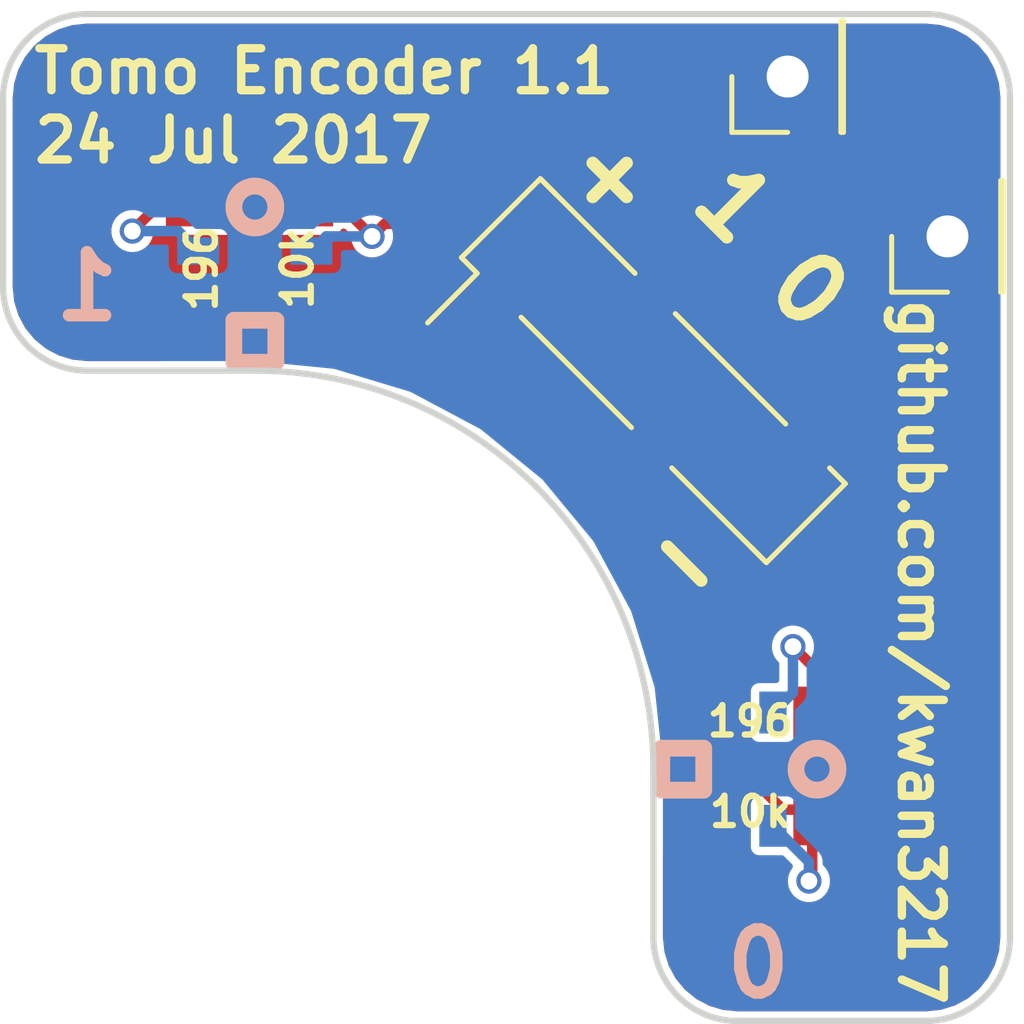
<source format=kicad_pcb>
(kicad_pcb (version 20170123) (host pcbnew no-vcs-found-f042fcd~59~ubuntu17.04.1)

  (general
    (thickness 1.6)
    (drawings 23)
    (tracks 47)
    (zones 0)
    (modules 9)
    (nets 7)
  )

  (page USLetter)
  (layers
    (0 F.Cu signal)
    (31 B.Cu signal)
    (32 B.Adhes user)
    (33 F.Adhes user)
    (34 B.Paste user)
    (35 F.Paste user)
    (36 B.SilkS user)
    (37 F.SilkS user)
    (38 B.Mask user)
    (39 F.Mask user)
    (40 Dwgs.User user hide)
    (41 Cmts.User user)
    (42 Eco1.User user)
    (43 Eco2.User user hide)
    (44 Edge.Cuts user)
    (45 Margin user hide)
    (46 B.CrtYd user hide)
    (47 F.CrtYd user hide)
    (48 B.Fab user hide)
    (49 F.Fab user hide)
  )

  (setup
    (last_trace_width 0.25)
    (trace_clearance 0.2)
    (zone_clearance 0.1524)
    (zone_45_only no)
    (trace_min 0.1524)
    (segment_width 0.2)
    (edge_width 0.15)
    (via_size 0.6)
    (via_drill 0.4)
    (via_min_size 0.4)
    (via_min_drill 0.3)
    (uvia_size 0.3)
    (uvia_drill 0.1)
    (uvias_allowed no)
    (uvia_min_size 0.2)
    (uvia_min_drill 0.1)
    (pcb_text_width 0.3)
    (pcb_text_size 1.5 1.5)
    (mod_edge_width 0.15)
    (mod_text_size 1 1)
    (mod_text_width 0.15)
    (pad_size 1.7 1.7)
    (pad_drill 1)
    (pad_to_mask_clearance 0)
    (aux_axis_origin 0 0)
    (grid_origin 100 100)
    (visible_elements 7FFFCE7F)
    (pcbplotparams
      (layerselection 0x00030_80000001)
      (usegerberextensions false)
      (excludeedgelayer true)
      (linewidth 0.100000)
      (plotframeref false)
      (viasonmask false)
      (mode 1)
      (useauxorigin false)
      (hpglpennumber 1)
      (hpglpenspeed 20)
      (hpglpendiameter 15)
      (psnegative false)
      (psa4output false)
      (plotreference true)
      (plotvalue true)
      (plotinvisibletext false)
      (padsonsilk false)
      (subtractmaskfromsilk false)
      (outputformat 1)
      (mirror false)
      (drillshape 1)
      (scaleselection 1)
      (outputdirectory ""))
  )

  (net 0 "")
  (net 1 VCC)
  (net 2 GND)
  (net 3 /ENC1)
  (net 4 /ENC0)
  (net 5 /D0)
  (net 6 /D1)

  (net_class Default "This is the default net class."
    (clearance 0.2)
    (trace_width 0.25)
    (via_dia 0.6)
    (via_drill 0.4)
    (uvia_dia 0.3)
    (uvia_drill 0.1)
    (add_net /D0)
    (add_net /D1)
    (add_net /ENC0)
    (add_net /ENC1)
    (add_net GND)
    (add_net VCC)
  )

  (module KwanSystems:EE-SY199 (layer B.Cu) (tedit 597397D3) (tstamp 59041A9A)
    (at 111.8 100 90)
    (path /58FCDB7F)
    (fp_text reference U000 (at 0 -3.899999 90) (layer B.Fab) hide
      (effects (font (size 1 1) (thickness 0.15)) (justify mirror))
    )
    (fp_text value EE-SY199 (at -0.3 4.4 90) (layer B.Fab) hide
      (effects (font (size 1 1) (thickness 0.15)) (justify mirror))
    )
    (fp_circle (center 0 1.6) (end 0.4 1.3) (layer B.SilkS) (width 0.4))
    (fp_line (start -0.5 -2.1) (end 0.5 -2.1) (layer B.SilkS) (width 0.4))
    (fp_line (start 0.5 -2.1) (end 0.5 -1.1) (layer B.SilkS) (width 0.4))
    (fp_line (start 0.5 -1.1) (end -0.5 -1.1) (layer B.SilkS) (width 0.4))
    (fp_line (start -0.5 -1.1) (end -0.5 -2.1) (layer B.SilkS) (width 0.4))
    (fp_line (start 1.35 0.85) (end 1.35 0.325) (layer B.Fab) (width 0.3))
    (fp_line (start 1.35 0.325) (end 1.6 0.325) (layer B.Fab) (width 0.3))
    (fp_line (start 1.6 0.325) (end 1.6 -0.3) (layer B.Fab) (width 0.3))
    (fp_line (start 1.6 -0.325) (end 1.35 -0.325) (layer B.Fab) (width 0.3))
    (fp_line (start 1.35 -0.325) (end 1.35 -0.85) (layer B.Fab) (width 0.3))
    (fp_line (start 1.35 -0.85) (end -1.35 -0.85) (layer B.Fab) (width 0.3))
    (fp_line (start -1.35 -0.85) (end -1.35 -0.325) (layer B.Fab) (width 0.3))
    (fp_line (start -1.35 -0.325) (end -1.6 -0.325) (layer B.Fab) (width 0.3))
    (fp_line (start -1.6 -0.325) (end -1.6 0.325) (layer B.Fab) (width 0.3))
    (fp_line (start -1.6 0.325) (end -1.35 0.325) (layer B.Fab) (width 0.3))
    (fp_line (start -1.35 0.325) (end -1.35 0.85) (layer B.Fab) (width 0.3))
    (fp_line (start -1.35 0.85) (end 1.35 0.85) (layer B.Fab) (width 0.3))
    (fp_circle (center 0 0) (end -2.25 -0.1) (layer B.Fab) (width 0.01))
    (pad 2 smd rect (at 1.35 -0.55 90) (size 1 0.65) (layers B.Cu B.Paste B.Mask)
      (net 2 GND))
    (pad 3 smd rect (at -1.35 0.55 90) (size 1 0.65) (layers B.Cu B.Paste B.Mask)
      (net 4 /ENC0))
    (pad 1 smd rect (at 1.35 0.55 90) (size 1 0.65) (layers B.Cu B.Paste B.Mask)
      (net 5 /D0))
    (pad 4 smd rect (at -1.35 -0.55 90) (size 1 0.65) (layers B.Cu B.Paste B.Mask)
      (net 2 GND))
    (model Housings_DFN_QFN.3dshapes/VDFN-8-1EP_2x2mm_Pitch0.5mm.wrl
      (at (xyz 0 0 0))
      (scale (xyz 1.35 0.85 1))
      (rotate (xyz 0 0 0))
    )
  )

  (module Pin_Headers:Pin_Header_Straight_1x01_Pitch2.54mm (layer F.Cu) (tedit 595ACD00) (tstamp 59044A21)
    (at 112.7 83.49 90)
    (descr "Through hole straight pin header, 1x01, 2.54mm pitch, single row")
    (tags "Through hole pin header THT 1x01 2.54mm single row")
    (path /590449D9)
    (fp_text reference J202 (at 0 -2.33 90) (layer F.SilkS) hide
      (effects (font (size 1 1) (thickness 0.15)))
    )
    (fp_text value CONN_01X01 (at 0 2.33 90) (layer F.Fab) hide
      (effects (font (size 1 1) (thickness 0.15)))
    )
    (fp_line (start -1.27 -1.27) (end -1.27 1.27) (layer F.Fab) (width 0.1))
    (fp_line (start -1.27 1.27) (end 1.27 1.27) (layer F.Fab) (width 0.1))
    (fp_line (start 1.27 1.27) (end 1.27 -1.27) (layer F.Fab) (width 0.1))
    (fp_line (start 1.27 -1.27) (end -1.27 -1.27) (layer F.Fab) (width 0.1))
    (fp_line (start -1.33 1.27) (end -1.33 1.33) (layer F.SilkS) (width 0.12))
    (fp_line (start -1.33 1.33) (end 1.33 1.33) (layer F.SilkS) (width 0.12))
    (fp_line (start 1.33 1.33) (end 1.33 1.27) (layer F.SilkS) (width 0.12))
    (fp_line (start 1.33 1.27) (end -1.33 1.27) (layer F.SilkS) (width 0.12))
    (fp_line (start -1.33 0) (end -1.33 -1.33) (layer F.SilkS) (width 0.12))
    (fp_line (start -1.33 -1.33) (end 0 -1.33) (layer F.SilkS) (width 0.12))
    (fp_line (start -1.8 -1.8) (end -1.8 1.8) (layer F.CrtYd) (width 0.05))
    (fp_line (start -1.8 1.8) (end 1.8 1.8) (layer F.CrtYd) (width 0.05))
    (fp_line (start 1.8 1.8) (end 1.8 -1.8) (layer F.CrtYd) (width 0.05))
    (fp_line (start 1.8 -1.8) (end -1.8 -1.8) (layer F.CrtYd) (width 0.05))
    (fp_text user %R (at 0 -2.33 90) (layer F.Fab) hide
      (effects (font (size 1 1) (thickness 0.15)))
    )
    (pad 1 thru_hole rect (at 0 0 90) (size 1.7 1.7) (drill 1) (layers *.Cu *.Mask)
      (net 2 GND))
  )

  (module Pin_Headers:Pin_Header_Straight_1x01_Pitch2.54mm (layer F.Cu) (tedit 595ACD06) (tstamp 59044A1C)
    (at 116.51 87.3 90)
    (descr "Through hole straight pin header, 1x01, 2.54mm pitch, single row")
    (tags "Through hole pin header THT 1x01 2.54mm single row")
    (path /590448B0)
    (fp_text reference J201 (at 0 -2.33 90) (layer F.SilkS) hide
      (effects (font (size 1 1) (thickness 0.15)))
    )
    (fp_text value CONN_01X01 (at 0 2.33 90) (layer F.Fab) hide
      (effects (font (size 1 1) (thickness 0.15)))
    )
    (fp_line (start -1.27 -1.27) (end -1.27 1.27) (layer F.Fab) (width 0.1))
    (fp_line (start -1.27 1.27) (end 1.27 1.27) (layer F.Fab) (width 0.1))
    (fp_line (start 1.27 1.27) (end 1.27 -1.27) (layer F.Fab) (width 0.1))
    (fp_line (start 1.27 -1.27) (end -1.27 -1.27) (layer F.Fab) (width 0.1))
    (fp_line (start -1.33 1.27) (end -1.33 1.33) (layer F.SilkS) (width 0.12))
    (fp_line (start -1.33 1.33) (end 1.33 1.33) (layer F.SilkS) (width 0.12))
    (fp_line (start 1.33 1.33) (end 1.33 1.27) (layer F.SilkS) (width 0.12))
    (fp_line (start 1.33 1.27) (end -1.33 1.27) (layer F.SilkS) (width 0.12))
    (fp_line (start -1.33 0) (end -1.33 -1.33) (layer F.SilkS) (width 0.12))
    (fp_line (start -1.33 -1.33) (end 0 -1.33) (layer F.SilkS) (width 0.12))
    (fp_line (start -1.8 -1.8) (end -1.8 1.8) (layer F.CrtYd) (width 0.05))
    (fp_line (start -1.8 1.8) (end 1.8 1.8) (layer F.CrtYd) (width 0.05))
    (fp_line (start 1.8 1.8) (end 1.8 -1.8) (layer F.CrtYd) (width 0.05))
    (fp_line (start 1.8 -1.8) (end -1.8 -1.8) (layer F.CrtYd) (width 0.05))
    (fp_text user %R (at 0 -2.33 90) (layer F.Fab) hide
      (effects (font (size 1 1) (thickness 0.15)))
    )
    (pad 1 thru_hole rect (at 0 0 90) (size 1.7 1.7) (drill 1) (layers *.Cu *.Mask)
      (net 2 GND))
  )

  (module Pin_Headers:Pin_Header_Straight_1x04_Pitch2.54mm_SMD_Pin1Left (layer F.Cu) (tedit 595ACCF1) (tstamp 58FCEE86)
    (at 109.5 90.5 45)
    (descr "surface-mounted straight pin header, 1x04, 2.54mm pitch, single row, style 1 (pin 1 left)")
    (tags "Surface mounted pin header SMD 1x04 2.54mm single row style1 pin1 left")
    (path /58FCDAD9)
    (attr smd)
    (fp_text reference J1 (at 0 -6.14 45) (layer F.SilkS) hide
      (effects (font (size 1 1) (thickness 0.15)))
    )
    (fp_text value CONN_01X04 (at 0 6.14 45) (layer F.Fab) hide
      (effects (font (size 1 1) (thickness 0.15)))
    )
    (fp_line (start -1.27 -5.08) (end -1.27 5.08) (layer F.Fab) (width 0.1))
    (fp_line (start -1.27 5.08) (end 1.27 5.08) (layer F.Fab) (width 0.1))
    (fp_line (start 1.27 5.08) (end 1.27 -5.08) (layer F.Fab) (width 0.1))
    (fp_line (start 1.27 -5.08) (end -1.27 -5.08) (layer F.Fab) (width 0.1))
    (fp_line (start -1.27 -4.13) (end -1.27 -3.49) (layer F.Fab) (width 0.1))
    (fp_line (start -1.27 -3.49) (end -2.65 -3.49) (layer F.Fab) (width 0.1))
    (fp_line (start -2.65 -3.49) (end -2.65 -4.13) (layer F.Fab) (width 0.1))
    (fp_line (start -2.65 -4.13) (end -1.27 -4.13) (layer F.Fab) (width 0.1))
    (fp_line (start -1.27 0.95) (end -1.27 1.59) (layer F.Fab) (width 0.1))
    (fp_line (start -1.27 1.59) (end -2.65 1.59) (layer F.Fab) (width 0.1))
    (fp_line (start -2.65 1.59) (end -2.65 0.95) (layer F.Fab) (width 0.1))
    (fp_line (start -2.65 0.95) (end -1.27 0.95) (layer F.Fab) (width 0.1))
    (fp_line (start 1.27 -1.59) (end 1.27 -0.95) (layer F.Fab) (width 0.1))
    (fp_line (start 1.27 -0.95) (end 2.65 -0.95) (layer F.Fab) (width 0.1))
    (fp_line (start 2.65 -0.95) (end 2.65 -1.59) (layer F.Fab) (width 0.1))
    (fp_line (start 2.65 -1.59) (end 1.27 -1.59) (layer F.Fab) (width 0.1))
    (fp_line (start 1.27 3.49) (end 1.27 4.13) (layer F.Fab) (width 0.1))
    (fp_line (start 1.27 4.13) (end 2.65 4.13) (layer F.Fab) (width 0.1))
    (fp_line (start 2.65 4.13) (end 2.65 3.49) (layer F.Fab) (width 0.1))
    (fp_line (start 2.65 3.49) (end 1.27 3.49) (layer F.Fab) (width 0.1))
    (fp_line (start -1.33 -4.61) (end -1.33 -5.14) (layer F.SilkS) (width 0.12))
    (fp_line (start -1.33 -5.14) (end 1.33 -5.14) (layer F.SilkS) (width 0.12))
    (fp_line (start 1.33 -5.14) (end 1.33 -4.61) (layer F.SilkS) (width 0.12))
    (fp_line (start -1.33 4.61) (end -1.33 5.14) (layer F.SilkS) (width 0.12))
    (fp_line (start -1.33 5.14) (end 1.33 5.14) (layer F.SilkS) (width 0.12))
    (fp_line (start 1.33 5.14) (end 1.33 4.61) (layer F.SilkS) (width 0.12))
    (fp_line (start 1.33 -5.14) (end 1.33 -1.95) (layer F.SilkS) (width 0.12))
    (fp_line (start -1.33 -4.61) (end -3 -4.61) (layer F.SilkS) (width 0.12))
    (fp_line (start 1.33 -0.59) (end 1.33 3.13) (layer F.SilkS) (width 0.12))
    (fp_line (start -1.33 -3.13) (end -1.33 0.59) (layer F.SilkS) (width 0.12))
    (fp_line (start -1.33 1.95) (end -1.33 5.14) (layer F.SilkS) (width 0.12))
    (fp_line (start -3.5 -5.6) (end -3.5 5.6) (layer F.CrtYd) (width 0.05))
    (fp_line (start -3.5 5.6) (end 3.5 5.6) (layer F.CrtYd) (width 0.05))
    (fp_line (start 3.5 5.6) (end 3.5 -5.6) (layer F.CrtYd) (width 0.05))
    (fp_line (start 3.5 -5.6) (end -3.5 -5.6) (layer F.CrtYd) (width 0.05))
    (fp_text user %R (at 0 -6.14 45) (layer F.Fab)
      (effects (font (size 1 1) (thickness 0.15)))
    )
    (pad 1 smd rect (at -1.5 -3.81 45) (size 3 1) (layers F.Cu F.Paste F.Mask)
      (net 1 VCC))
    (pad 3 smd rect (at -1.5 1.27 45) (size 3 1) (layers F.Cu F.Paste F.Mask)
      (net 4 /ENC0))
    (pad 2 smd rect (at 1.5 -1.27 45) (size 3 1) (layers F.Cu F.Paste F.Mask)
      (net 3 /ENC1))
    (pad 4 smd rect (at 1.5 3.81 45) (size 3 1) (layers F.Cu F.Paste F.Mask)
      (net 2 GND))
    (model ${KISYS3DMOD}/Pin_Headers.3dshapes/Pin_Header_Straight_1x04_Pitch2.54mm_SMD_Pin1Left.wrl
      (at (xyz 0 0 0))
      (scale (xyz 1 1 1))
      (rotate (xyz 0 0 0))
    )
  )

  (module KwanSystems:SMD_1206 (layer F.Cu) (tedit 59752D01) (tstamp 59752A3B)
    (at 111.8364 98.8824)
    (descr "Resistor SMD 1206, reflow soldering, Vishay (see dcrcw.pdf)")
    (tags "resistor 1206")
    (path /59752C06)
    (attr smd)
    (fp_text reference R001 (at 0.6 0.6) (layer F.SilkS) hide
      (effects (font (size 0.2 0.2) (thickness 0.015)))
    )
    (fp_text value 196 (at -0.0254 -0.0254) (layer F.SilkS)
      (effects (font (size 0.7 0.7) (thickness 0.15)))
    )
    (fp_text user %R (at 0.6 0.6) (layer F.Fab)
      (effects (font (size 0.2 0.2) (thickness 0.015)))
    )
    (fp_line (start -1.6 0.8) (end -1.6 -0.8) (layer F.Fab) (width 0.1))
    (fp_line (start 1.6 0.8) (end -1.6 0.8) (layer F.Fab) (width 0.1))
    (fp_line (start 1.6 -0.8) (end 1.6 0.8) (layer F.Fab) (width 0.1))
    (fp_line (start -1.6 -0.8) (end 1.6 -0.8) (layer F.Fab) (width 0.1))
    (fp_line (start -2.15 -1.11) (end 2.15 -1.11) (layer F.CrtYd) (width 0.05))
    (fp_line (start -2.15 -1.11) (end -2.15 1.1) (layer F.CrtYd) (width 0.05))
    (fp_line (start 2.15 1.1) (end 2.15 -1.11) (layer F.CrtYd) (width 0.05))
    (fp_line (start 2.15 1.1) (end -2.15 1.1) (layer F.CrtYd) (width 0.05))
    (pad 1 smd rect (at -1.45 0) (size 0.9 1.7) (layers F.Cu F.Paste F.Mask)
      (net 1 VCC))
    (pad 2 smd rect (at 1.45 0) (size 0.9 1.7) (layers F.Cu F.Paste F.Mask)
      (net 5 /D0))
    (model ${KISYS3DMOD}/Resistors_SMD.3dshapes/R_1206.wrl
      (at (xyz 0 0 0))
      (scale (xyz 1 1 1))
      (rotate (xyz 0 0 0))
    )
  )

  (module KwanSystems:SMD_1206 (layer F.Cu) (tedit 59752CDC) (tstamp 59752A4A)
    (at 111.8364 100.9652)
    (descr "Resistor SMD 1206, reflow soldering, Vishay (see dcrcw.pdf)")
    (tags "resistor 1206")
    (path /59752A07)
    (attr smd)
    (fp_text reference R003 (at 0.6 0.6) (layer F.SilkS) hide
      (effects (font (size 0.2 0.2) (thickness 0.015)))
    )
    (fp_text value 10k (at -0.0254 0.0508) (layer F.SilkS)
      (effects (font (size 0.7 0.7) (thickness 0.15)))
    )
    (fp_line (start 2.15 1.1) (end -2.15 1.1) (layer F.CrtYd) (width 0.05))
    (fp_line (start 2.15 1.1) (end 2.15 -1.11) (layer F.CrtYd) (width 0.05))
    (fp_line (start -2.15 -1.11) (end -2.15 1.1) (layer F.CrtYd) (width 0.05))
    (fp_line (start -2.15 -1.11) (end 2.15 -1.11) (layer F.CrtYd) (width 0.05))
    (fp_line (start -1.6 -0.8) (end 1.6 -0.8) (layer F.Fab) (width 0.1))
    (fp_line (start 1.6 -0.8) (end 1.6 0.8) (layer F.Fab) (width 0.1))
    (fp_line (start 1.6 0.8) (end -1.6 0.8) (layer F.Fab) (width 0.1))
    (fp_line (start -1.6 0.8) (end -1.6 -0.8) (layer F.Fab) (width 0.1))
    (fp_text user %R (at 0.6 0.6) (layer F.Fab)
      (effects (font (size 0.2 0.2) (thickness 0.015)))
    )
    (pad 2 smd rect (at 1.45 0) (size 0.9 1.7) (layers F.Cu F.Paste F.Mask)
      (net 4 /ENC0))
    (pad 1 smd rect (at -1.45 0) (size 0.9 1.7) (layers F.Cu F.Paste F.Mask)
      (net 1 VCC))
    (model ${KISYS3DMOD}/Resistors_SMD.3dshapes/R_1206.wrl
      (at (xyz 0 0 0))
      (scale (xyz 1 1 1))
      (rotate (xyz 0 0 0))
    )
  )

  (module KwanSystems:SMD_1206 (layer F.Cu) (tedit 59752D6C) (tstamp 59752A59)
    (at 98.73 88.062 90)
    (descr "Resistor SMD 1206, reflow soldering, Vishay (see dcrcw.pdf)")
    (tags "resistor 1206")
    (path /59752DB5)
    (attr smd)
    (fp_text reference R101 (at 0.6 0.6 90) (layer F.SilkS) hide
      (effects (font (size 0.2 0.2) (thickness 0.015)))
    )
    (fp_text value 196 (at 0 0 90) (layer F.SilkS)
      (effects (font (size 0.7 0.7) (thickness 0.15)))
    )
    (fp_text user %R (at 0.6 0.6 90) (layer F.Fab)
      (effects (font (size 0.2 0.2) (thickness 0.015)))
    )
    (fp_line (start -1.6 0.8) (end -1.6 -0.8) (layer F.Fab) (width 0.1))
    (fp_line (start 1.6 0.8) (end -1.6 0.8) (layer F.Fab) (width 0.1))
    (fp_line (start 1.6 -0.8) (end 1.6 0.8) (layer F.Fab) (width 0.1))
    (fp_line (start -1.6 -0.8) (end 1.6 -0.8) (layer F.Fab) (width 0.1))
    (fp_line (start -2.15 -1.11) (end 2.15 -1.11) (layer F.CrtYd) (width 0.05))
    (fp_line (start -2.15 -1.11) (end -2.15 1.1) (layer F.CrtYd) (width 0.05))
    (fp_line (start 2.15 1.1) (end 2.15 -1.11) (layer F.CrtYd) (width 0.05))
    (fp_line (start 2.15 1.1) (end -2.15 1.1) (layer F.CrtYd) (width 0.05))
    (pad 1 smd rect (at -1.45 0 90) (size 0.9 1.7) (layers F.Cu F.Paste F.Mask)
      (net 1 VCC))
    (pad 2 smd rect (at 1.45 0 90) (size 0.9 1.7) (layers F.Cu F.Paste F.Mask)
      (net 6 /D1))
    (model ${KISYS3DMOD}/Resistors_SMD.3dshapes/R_1206.wrl
      (at (xyz 0 0 0))
      (scale (xyz 1 1 1))
      (rotate (xyz 0 0 0))
    )
  )

  (module KwanSystems:SMD_1206 (layer F.Cu) (tedit 59752D80) (tstamp 59752A68)
    (at 101.016 88.062 90)
    (descr "Resistor SMD 1206, reflow soldering, Vishay (see dcrcw.pdf)")
    (tags "resistor 1206")
    (path /59752CDA)
    (attr smd)
    (fp_text reference R103 (at 0.6 0.6 90) (layer F.SilkS) hide
      (effects (font (size 0.2 0.2) (thickness 0.015)))
    )
    (fp_text value 10k (at 0 0 90) (layer F.SilkS)
      (effects (font (size 0.7 0.7) (thickness 0.15)))
    )
    (fp_line (start 2.15 1.1) (end -2.15 1.1) (layer F.CrtYd) (width 0.05))
    (fp_line (start 2.15 1.1) (end 2.15 -1.11) (layer F.CrtYd) (width 0.05))
    (fp_line (start -2.15 -1.11) (end -2.15 1.1) (layer F.CrtYd) (width 0.05))
    (fp_line (start -2.15 -1.11) (end 2.15 -1.11) (layer F.CrtYd) (width 0.05))
    (fp_line (start -1.6 -0.8) (end 1.6 -0.8) (layer F.Fab) (width 0.1))
    (fp_line (start 1.6 -0.8) (end 1.6 0.8) (layer F.Fab) (width 0.1))
    (fp_line (start 1.6 0.8) (end -1.6 0.8) (layer F.Fab) (width 0.1))
    (fp_line (start -1.6 0.8) (end -1.6 -0.8) (layer F.Fab) (width 0.1))
    (fp_text user %R (at 0.6 0.6 90) (layer F.Fab)
      (effects (font (size 0.2 0.2) (thickness 0.015)))
    )
    (pad 2 smd rect (at 1.45 0 90) (size 0.9 1.7) (layers F.Cu F.Paste F.Mask)
      (net 3 /ENC1))
    (pad 1 smd rect (at -1.45 0 90) (size 0.9 1.7) (layers F.Cu F.Paste F.Mask)
      (net 1 VCC))
    (model ${KISYS3DMOD}/Resistors_SMD.3dshapes/R_1206.wrl
      (at (xyz 0 0 0))
      (scale (xyz 1 1 1))
      (rotate (xyz 0 0 0))
    )
  )

  (module KwanSystems:EE-SY199 (layer B.Cu) (tedit 59739977) (tstamp 59752A69)
    (at 100 88.2 180)
    (path /58FCD8F5)
    (fp_text reference U100 (at 0 -3.899999 180) (layer B.Fab) hide
      (effects (font (size 1 1) (thickness 0.15)) (justify mirror))
    )
    (fp_text value EE-SY199 (at -0.3 4.4 180) (layer B.Fab) hide
      (effects (font (size 1 1) (thickness 0.15)) (justify mirror))
    )
    (fp_circle (center 0 1.6) (end 0.4 1.3) (layer B.SilkS) (width 0.4))
    (fp_line (start -0.5 -2.1) (end 0.5 -2.1) (layer B.SilkS) (width 0.4))
    (fp_line (start 0.5 -2.1) (end 0.5 -1.1) (layer B.SilkS) (width 0.4))
    (fp_line (start 0.5 -1.1) (end -0.5 -1.1) (layer B.SilkS) (width 0.4))
    (fp_line (start -0.5 -1.1) (end -0.5 -2.1) (layer B.SilkS) (width 0.4))
    (fp_line (start 1.35 0.85) (end 1.35 0.325) (layer B.Fab) (width 0.3))
    (fp_line (start 1.35 0.325) (end 1.6 0.325) (layer B.Fab) (width 0.3))
    (fp_line (start 1.6 0.325) (end 1.6 -0.3) (layer B.Fab) (width 0.3))
    (fp_line (start 1.6 -0.325) (end 1.35 -0.325) (layer B.Fab) (width 0.3))
    (fp_line (start 1.35 -0.325) (end 1.35 -0.85) (layer B.Fab) (width 0.3))
    (fp_line (start 1.35 -0.85) (end -1.35 -0.85) (layer B.Fab) (width 0.3))
    (fp_line (start -1.35 -0.85) (end -1.35 -0.325) (layer B.Fab) (width 0.3))
    (fp_line (start -1.35 -0.325) (end -1.6 -0.325) (layer B.Fab) (width 0.3))
    (fp_line (start -1.6 -0.325) (end -1.6 0.325) (layer B.Fab) (width 0.3))
    (fp_line (start -1.6 0.325) (end -1.35 0.325) (layer B.Fab) (width 0.3))
    (fp_line (start -1.35 0.325) (end -1.35 0.85) (layer B.Fab) (width 0.3))
    (fp_line (start -1.35 0.85) (end 1.35 0.85) (layer B.Fab) (width 0.3))
    (fp_circle (center 0 0) (end -2.25 -0.1) (layer B.Fab) (width 0.01))
    (fp_line (start 0.85 0.55) (end 0.55 0.55) (layer B.Fab) (width 0.02))
    (fp_line (start 0.55 0.55) (end 0.55 0.1) (layer B.Fab) (width 0.02))
    (fp_line (start 0.55 0.1) (end 0.35 0.1) (layer B.Fab) (width 0.02))
    (fp_line (start 0.35 0.1) (end 0.55 -0.1) (layer B.Fab) (width 0.02))
    (fp_line (start 0.55 -0.1) (end 0.75 0.1) (layer B.Fab) (width 0.02))
    (fp_line (start 0.75 0.1) (end 0.55 0.1) (layer B.Fab) (width 0.02))
    (fp_line (start 0.55 0.1) (end 0.55 0.1) (layer B.Fab) (width 0.02))
    (fp_line (start 0.35 -0.1) (end 0.75 -0.1) (layer B.Fab) (width 0.02))
    (fp_line (start 0.75 -0.1) (end 0.75 -0.1) (layer B.Fab) (width 0.02))
    (fp_line (start 0.55 -0.1) (end 0.55 -0.5) (layer B.Fab) (width 0.02))
    (fp_line (start 0.55 -0.5) (end 0.85 -0.5) (layer B.Fab) (width 0.02))
    (fp_text user A (at 2 0.5 180) (layer B.Fab)
      (effects (font (size 0.2 0.2) (thickness 0.015)) (justify mirror))
    )
    (fp_text user K (at 2 -0.5 180) (layer B.Fab)
      (effects (font (size 0.2 0.2) (thickness 0.015)) (justify mirror))
    )
    (fp_line (start -0.85 0.5) (end -0.55 0.2) (layer B.Fab) (width 0.02))
    (fp_line (start -0.55 0.2) (end -0.55 0.35) (layer B.Fab) (width 0.02))
    (fp_line (start -0.55 0.35) (end -0.55 -0.35) (layer B.Fab) (width 0.02))
    (fp_line (start -0.55 -0.35) (end -0.55 -0.2) (layer B.Fab) (width 0.02))
    (fp_line (start -0.55 -0.2) (end -0.85 -0.5) (layer B.Fab) (width 0.02))
    (fp_line (start -0.85 -0.5) (end -0.65 -0.5) (layer B.Fab) (width 0.02))
    (fp_line (start -0.65 -0.5) (end -0.85 -0.5) (layer B.Fab) (width 0.02))
    (fp_line (start -0.85 -0.5) (end -0.85 -0.3) (layer B.Fab) (width 0.02))
    (fp_line (start -0.85 -0.3) (end -0.85 -0.3) (layer B.Fab) (width 0.02))
    (fp_line (start 0.25 0.1) (end 0 -0.15) (layer B.Fab) (width 0.02))
    (fp_line (start 0 -0.15) (end 0 0) (layer B.Fab) (width 0.02))
    (fp_line (start 0 0) (end 0 -0.15) (layer B.Fab) (width 0.02))
    (fp_line (start 0 -0.15) (end 0.15 -0.15) (layer B.Fab) (width 0.02))
    (fp_line (start 0.15 -0.15) (end 0 -0.15) (layer B.Fab) (width 0.02))
    (fp_line (start 0 -0.15) (end 0 -0.15) (layer B.Fab) (width 0.02))
    (fp_line (start -0.1 0.1) (end -0.35 -0.15) (layer B.Fab) (width 0.02))
    (fp_line (start -0.35 0) (end -0.35 -0.15) (layer B.Fab) (width 0.02))
    (fp_line (start -0.2 -0.15) (end -0.35 -0.15) (layer B.Fab) (width 0.02))
    (fp_line (start -0.35 -0.15) (end -0.35 0) (layer B.Fab) (width 0.02))
    (fp_line (start -0.35 -0.15) (end -0.2 -0.15) (layer B.Fab) (width 0.02))
    (fp_line (start -0.35 -0.15) (end -0.35 -0.15) (layer B.Fab) (width 0.02))
    (fp_text user E (at -2.05 -0.5 180) (layer B.Fab)
      (effects (font (size 0.2 0.2) (thickness 0.015)) (justify mirror))
    )
    (fp_text user C (at -2.05 0.5 180) (layer B.Fab)
      (effects (font (size 0.2 0.2) (thickness 0.015)) (justify mirror))
    )
    (pad 2 smd rect (at 1.35 -0.55 180) (size 1 0.65) (layers B.Cu B.Paste B.Mask)
      (net 2 GND))
    (pad 3 smd rect (at -1.35 0.55 180) (size 1 0.65) (layers B.Cu B.Paste B.Mask)
      (net 3 /ENC1))
    (pad 1 smd rect (at 1.35 0.55 180) (size 1 0.65) (layers B.Cu B.Paste B.Mask)
      (net 6 /D1))
    (pad 4 smd rect (at -1.35 -0.55 180) (size 1 0.65) (layers B.Cu B.Paste B.Mask)
      (net 2 GND))
    (model Housings_DFN_QFN.3dshapes/VDFN-8-1EP_2x2mm_Pitch0.5mm.wrl
      (at (xyz 0 0 0))
      (scale (xyz 1.35 0.85 1))
      (rotate (xyz 0 0 0))
    )
  )

  (gr_text github.com/kwan3217 (at 115.875 97.206 270) (layer F.SilkS) (tstamp 59752F94)
    (effects (font (size 1 1) (thickness 0.2)))
  )
  (gr_text "24 Jul 2017\n" (at 99.492 85.014) (layer F.SilkS) (tstamp 59043C13)
    (effects (font (size 1 1) (thickness 0.2)))
  )
  (gr_text + (at 108.382 86.03 135) (layer F.SilkS) (tstamp 590435F7)
    (effects (font (size 1.5 1.5) (thickness 0.3)))
  )
  (gr_text 0 (at 113.208 88.57 315) (layer F.SilkS)
    (effects (font (size 1.5 1.5) (thickness 0.3)))
  )
  (gr_text 1 (at 111.43 86.538 315) (layer F.SilkS)
    (effects (font (size 1.5 1.5) (thickness 0.3)))
  )
  (gr_text - (at 110.16 95.174 135) (layer F.SilkS)
    (effects (font (size 1.5 1.5) (thickness 0.3)))
  )
  (gr_text "1\n" (at 96 88.5) (layer B.SilkS) (tstamp 59042515)
    (effects (font (size 1.5 1.5) (thickness 0.3)) (justify mirror))
  )
  (gr_text 0 (at 112 104.5 180) (layer B.SilkS)
    (effects (font (size 1.5 1.5) (thickness 0.3)) (justify mirror))
  )
  (gr_text "Tomo Encoder 1.1" (at 101.651 83.363) (layer F.SilkS)
    (effects (font (size 1 1) (thickness 0.2)))
  )
  (gr_arc (start 96 84) (end 94 84) (angle 90) (layer Edge.Cuts) (width 0.15))
  (gr_line (start 94 88.5) (end 94 84) (layer Edge.Cuts) (width 0.15))
  (gr_line (start 116 82) (end 96 82) (layer Edge.Cuts) (width 0.15))
  (gr_arc (start 96 88.5) (end 96 90.5) (angle 90) (layer Edge.Cuts) (width 0.15))
  (gr_line (start 100 90.5) (end 96 90.5) (layer Edge.Cuts) (width 0.15))
  (gr_arc (start 116 84) (end 116 82) (angle 90) (layer Edge.Cuts) (width 0.15))
  (gr_line (start 100 100) (end 120 120) (layer Dwgs.User) (width 0.2))
  (gr_line (start 118 104) (end 118 84) (layer Edge.Cuts) (width 0.15))
  (gr_arc (start 116 104) (end 118 104) (angle 90) (layer Edge.Cuts) (width 0.15))
  (gr_line (start 111.5 106) (end 116 106) (layer Edge.Cuts) (width 0.15))
  (gr_arc (start 111.5 104) (end 111.5 106) (angle 90) (layer Edge.Cuts) (width 0.15))
  (gr_line (start 109.5 100) (end 109.5 104) (layer Edge.Cuts) (width 0.15))
  (gr_circle (center 100 100) (end 109.2705 100) (layer Dwgs.User) (width 0.2))
  (gr_arc (start 100 100) (end 100 90.5) (angle 90) (layer Edge.Cuts) (width 0.15))

  (segment (start 98.73 89.512) (end 101.016 89.512) (width 0.25) (layer F.Cu) (net 1))
  (segment (start 101.016 89.512) (end 105.099846 89.512) (width 0.25) (layer F.Cu) (net 1))
  (segment (start 105.099846 89.512) (end 105.745263 88.866583) (width 0.25) (layer F.Cu) (net 1))
  (segment (start 110.3864 100.9652) (end 110.3864 102.0652) (width 0.25) (layer F.Cu) (net 1))
  (segment (start 110.3864 102.0652) (end 112.111211 103.790011) (width 0.25) (layer F.Cu) (net 1))
  (segment (start 112.111211 103.790011) (end 113.508001 103.790011) (width 0.25) (layer F.Cu) (net 1))
  (segment (start 113.508001 103.790011) (end 114.061401 103.236611) (width 0.25) (layer F.Cu) (net 1))
  (segment (start 114.061401 103.236611) (end 114.061401 95.521037) (width 0.25) (layer F.Cu) (net 1))
  (segment (start 107.159218 90.280538) (end 106.169526 89.290846) (width 0.25) (layer F.Cu) (net 1))
  (segment (start 114.061401 95.521037) (end 111.076589 92.536224) (width 0.25) (layer F.Cu) (net 1))
  (segment (start 111.076589 92.536224) (end 111.076589 91.616954) (width 0.25) (layer F.Cu) (net 1))
  (segment (start 109.740173 90.280538) (end 107.159218 90.280538) (width 0.25) (layer F.Cu) (net 1))
  (segment (start 111.076589 91.616954) (end 109.740173 90.280538) (width 0.25) (layer F.Cu) (net 1))
  (segment (start 106.169526 89.290846) (end 105.745263 88.866583) (width 0.25) (layer F.Cu) (net 1))
  (segment (start 110.3864 98.8824) (end 110.3864 100.9652) (width 0.25) (layer F.Cu) (net 1))
  (segment (start 105.011846 89.6) (end 105.745263 88.866583) (width 0.25) (layer F.Cu) (net 1))
  (segment (start 109.662635 88.541314) (end 108.121322 87.000001) (width 0.25) (layer F.Cu) (net 3))
  (segment (start 108.121322 87.000001) (end 103.093999 87.000001) (width 0.25) (layer F.Cu) (net 3))
  (segment (start 103.093999 87.000001) (end 102.794 87.3) (width 0.25) (layer F.Cu) (net 3))
  (segment (start 102.794 87.3) (end 101.7 87.3) (width 0.25) (layer B.Cu) (net 3))
  (segment (start 101.7 87.3) (end 101.35 87.65) (width 0.25) (layer B.Cu) (net 3))
  (segment (start 101.016 86.612) (end 102.106 86.612) (width 0.25) (layer F.Cu) (net 3))
  (segment (start 102.106 86.612) (end 102.794 87.3) (width 0.25) (layer F.Cu) (net 3))
  (via (at 102.794 87.3) (size 0.6) (drill 0.4) (layers F.Cu B.Cu) (net 3))
  (segment (start 109.337365 92.458686) (end 111.161401 94.282722) (width 0.25) (layer F.Cu) (net 4))
  (segment (start 111.161401 94.282722) (end 111.161401 99.540201) (width 0.25) (layer F.Cu) (net 4))
  (segment (start 111.161401 99.540201) (end 112.5864 100.9652) (width 0.25) (layer F.Cu) (net 4))
  (segment (start 112.5864 100.9652) (end 113.2864 100.9652) (width 0.25) (layer F.Cu) (net 4))
  (segment (start 113.208 102.667) (end 113.208 102.208) (width 0.25) (layer B.Cu) (net 4))
  (segment (start 113.208 102.208) (end 112.35 101.35) (width 0.25) (layer B.Cu) (net 4))
  (segment (start 113.2864 102.5886) (end 113.208 102.667) (width 0.25) (layer F.Cu) (net 4))
  (segment (start 113.2864 100.9652) (end 113.2864 102.5886) (width 0.25) (layer F.Cu) (net 4))
  (via (at 113.208 102.667) (size 0.6) (drill 0.4) (layers F.Cu B.Cu) (net 4))
  (segment (start 108.968686 92.458686) (end 109.337365 92.458686) (width 0.25) (layer F.Cu) (net 4))
  (segment (start 109.400486 92.458686) (end 109.17473 92.458686) (width 0.25) (layer F.Cu) (net 4))
  (segment (start 109.17473 92.458686) (end 109.433042 92.716998) (width 0.25) (layer F.Cu) (net 4))
  (segment (start 110.488 101.016) (end 110.488 101.598) (width 0.25) (layer F.Cu) (net 1))
  (segment (start 112.827 97.079) (end 112.827 98.173) (width 0.25) (layer B.Cu) (net 5))
  (segment (start 112.827 98.173) (end 112.35 98.65) (width 0.25) (layer B.Cu) (net 5))
  (segment (start 113.2864 98.8824) (end 113.2864 97.5384) (width 0.25) (layer F.Cu) (net 5))
  (segment (start 113.2864 97.5384) (end 112.827 97.079) (width 0.25) (layer F.Cu) (net 5))
  (via (at 112.827 97.079) (size 0.6) (drill 0.4) (layers F.Cu B.Cu) (net 5))
  (segment (start 97.079 87.173) (end 98.173 87.173) (width 0.25) (layer B.Cu) (net 6))
  (segment (start 98.173 87.173) (end 98.65 87.65) (width 0.25) (layer B.Cu) (net 6))
  (segment (start 98.73 86.612) (end 97.64 86.612) (width 0.25) (layer F.Cu) (net 6))
  (segment (start 97.64 86.612) (end 97.079 87.173) (width 0.25) (layer F.Cu) (net 6))
  (via (at 97.079 87.173) (size 0.6) (drill 0.4) (layers F.Cu B.Cu) (net 6))

  (zone (net 2) (net_name GND) (layer B.Cu) (tstamp 0) (hatch edge 0.508)
    (connect_pads yes (clearance 0.1524))
    (min_thickness 0.1524)
    (fill yes (arc_segments 32) (thermal_gap 0.508) (thermal_bridge_width 0.508))
    (polygon
      (pts
        (xy 94 106) (xy 94 82) (xy 118 82) (xy 118 106)
      )
    )
    (filled_polygon
      (pts
        (xy 116.329217 82.337336) (xy 116.645891 82.432945) (xy 116.937966 82.588244) (xy 117.194314 82.797317) (xy 117.405174 83.052202)
        (xy 117.562504 83.343178) (xy 117.660325 83.659186) (xy 117.6964 84.002416) (xy 117.6964 103.985152) (xy 117.662664 104.329219)
        (xy 117.567054 104.645893) (xy 117.411753 104.937969) (xy 117.202683 105.194314) (xy 116.947798 105.405174) (xy 116.656818 105.562506)
        (xy 116.340815 105.660325) (xy 115.997584 105.6964) (xy 111.514848 105.6964) (xy 111.170781 105.662664) (xy 110.854107 105.567054)
        (xy 110.562031 105.411753) (xy 110.305686 105.202683) (xy 110.094826 104.947798) (xy 109.937494 104.656818) (xy 109.839675 104.340815)
        (xy 109.8036 103.997584) (xy 109.8036 100.85) (xy 111.747464 100.85) (xy 111.747464 101.85) (xy 111.752797 101.904145)
        (xy 111.76859 101.956208) (xy 111.794237 102.004191) (xy 111.828752 102.046248) (xy 111.870809 102.080763) (xy 111.918792 102.10641)
        (xy 111.970855 102.122203) (xy 112.025 102.127536) (xy 112.560154 102.127536) (xy 112.749424 102.316806) (xy 112.700629 102.38807)
        (xy 112.656114 102.491931) (xy 112.63262 102.602461) (xy 112.631043 102.715448) (xy 112.651441 102.826591) (xy 112.693039 102.931654)
        (xy 112.754251 103.026637) (xy 112.832746 103.107922) (xy 112.925535 103.172411) (xy 113.029083 103.21765) (xy 113.139446 103.241915)
        (xy 113.252419 103.244282) (xy 113.363701 103.22466) (xy 113.469053 103.183796) (xy 113.564461 103.123249) (xy 113.646291 103.045323)
        (xy 113.711427 102.952986) (xy 113.757388 102.849757) (xy 113.782423 102.739566) (xy 113.784225 102.610501) (xy 113.762277 102.499654)
        (xy 113.719216 102.395182) (xy 113.656684 102.301063) (xy 113.6092 102.253246) (xy 113.6092 102.208) (xy 113.605586 102.171147)
        (xy 113.602354 102.134198) (xy 113.601765 102.132169) (xy 113.601559 102.130073) (xy 113.59085 102.094604) (xy 113.580508 102.059007)
        (xy 113.579538 102.057136) (xy 113.578928 102.055115) (xy 113.561517 102.022369) (xy 113.544474 101.98949) (xy 113.543159 101.987842)
        (xy 113.542168 101.985979) (xy 113.518758 101.957275) (xy 113.495625 101.928297) (xy 113.49273 101.925362) (xy 113.49268 101.925301)
        (xy 113.492623 101.925254) (xy 113.491691 101.924309) (xy 112.952536 101.385154) (xy 112.952536 100.85) (xy 112.947203 100.795855)
        (xy 112.93141 100.743792) (xy 112.905763 100.695809) (xy 112.871248 100.653752) (xy 112.829191 100.619237) (xy 112.781208 100.59359)
        (xy 112.729145 100.577797) (xy 112.675 100.572464) (xy 112.025 100.572464) (xy 111.970855 100.577797) (xy 111.918792 100.59359)
        (xy 111.870809 100.619237) (xy 111.828752 100.653752) (xy 111.794237 100.695809) (xy 111.76859 100.743792) (xy 111.752797 100.795855)
        (xy 111.747464 100.85) (xy 109.8036 100.85) (xy 109.8036 100) (xy 109.803594 99.999943) (xy 109.803598 99.998938)
        (xy 109.803366 99.932616) (xy 109.802026 99.91942) (xy 109.802118 99.906162) (xy 109.801705 99.901943) (xy 109.617569 98.15)
        (xy 111.747464 98.15) (xy 111.747464 99.15) (xy 111.752797 99.204145) (xy 111.76859 99.256208) (xy 111.794237 99.304191)
        (xy 111.828752 99.346248) (xy 111.870809 99.380763) (xy 111.918792 99.40641) (xy 111.970855 99.422203) (xy 112.025 99.427536)
        (xy 112.675 99.427536) (xy 112.729145 99.422203) (xy 112.781208 99.40641) (xy 112.829191 99.380763) (xy 112.871248 99.346248)
        (xy 112.905763 99.304191) (xy 112.93141 99.256208) (xy 112.947203 99.204145) (xy 112.952536 99.15) (xy 112.952536 98.614846)
        (xy 113.110691 98.456691) (xy 113.134179 98.428096) (xy 113.158036 98.399665) (xy 113.159055 98.397812) (xy 113.160391 98.396185)
        (xy 113.1779 98.363531) (xy 113.195757 98.331049) (xy 113.196394 98.329042) (xy 113.197392 98.32718) (xy 113.208235 98.291715)
        (xy 113.219433 98.256414) (xy 113.219668 98.254318) (xy 113.220285 98.2523) (xy 113.224032 98.215413) (xy 113.228161 98.178602)
        (xy 113.22819 98.174483) (xy 113.228198 98.174401) (xy 113.228191 98.174325) (xy 113.2282 98.173) (xy 113.2282 97.492644)
        (xy 113.265291 97.457323) (xy 113.330427 97.364986) (xy 113.376388 97.261757) (xy 113.401423 97.151566) (xy 113.403225 97.022501)
        (xy 113.381277 96.911654) (xy 113.338216 96.807182) (xy 113.275684 96.713063) (xy 113.196061 96.632882) (xy 113.102381 96.569694)
        (xy 112.998211 96.525905) (xy 112.887521 96.503184) (xy 112.774525 96.502395) (xy 112.663528 96.523569) (xy 112.558757 96.565899)
        (xy 112.464204 96.627773) (xy 112.383469 96.706834) (xy 112.319629 96.80007) (xy 112.275114 96.903931) (xy 112.25162 97.014461)
        (xy 112.250043 97.127448) (xy 112.270441 97.238591) (xy 112.312039 97.343654) (xy 112.373251 97.438637) (xy 112.4258 97.493054)
        (xy 112.4258 97.872464) (xy 112.025 97.872464) (xy 111.970855 97.877797) (xy 111.918792 97.89359) (xy 111.870809 97.919237)
        (xy 111.828752 97.953752) (xy 111.794237 97.995809) (xy 111.76859 98.043792) (xy 111.752797 98.095855) (xy 111.747464 98.15)
        (xy 109.617569 98.15) (xy 109.607902 98.058025) (xy 109.602362 98.031038) (xy 109.597212 98.004041) (xy 109.59599 97.999993)
        (xy 109.595988 97.999983) (xy 109.595984 97.999974) (xy 109.047723 96.228825) (xy 109.037048 96.203432) (xy 109.026751 96.177946)
        (xy 109.024762 96.174203) (xy 108.142918 94.543268) (xy 108.127541 94.52047) (xy 108.112464 94.497431) (xy 108.109785 94.494145)
        (xy 106.927953 93.065556) (xy 106.908404 93.046142) (xy 106.889175 93.026507) (xy 106.885915 93.02381) (xy 106.885909 93.023804)
        (xy 106.885902 93.0238) (xy 105.449104 91.851975) (xy 105.426179 91.836744) (xy 105.40348 91.821202) (xy 105.399752 91.819185)
        (xy 103.762701 90.94875) (xy 103.737257 90.938263) (xy 103.711969 90.927425) (xy 103.707919 90.926171) (xy 101.932976 90.390284)
        (xy 101.906009 90.384944) (xy 101.879068 90.379218) (xy 101.874852 90.378775) (xy 100.029626 90.197849) (xy 100.016891 90.197849)
        (xy 100.004239 90.19643) (xy 100 90.1964) (xy 96.014848 90.1964) (xy 95.670781 90.162664) (xy 95.354107 90.067054)
        (xy 95.062031 89.911753) (xy 94.805686 89.702683) (xy 94.594826 89.447798) (xy 94.437494 89.156818) (xy 94.339675 88.840815)
        (xy 94.3036 88.497584) (xy 94.3036 87.221448) (xy 96.502043 87.221448) (xy 96.522441 87.332591) (xy 96.564039 87.437654)
        (xy 96.625251 87.532637) (xy 96.703746 87.613922) (xy 96.796535 87.678411) (xy 96.900083 87.72365) (xy 97.010446 87.747915)
        (xy 97.123419 87.750282) (xy 97.234701 87.73066) (xy 97.340053 87.689796) (xy 97.435461 87.629249) (xy 97.493268 87.5742)
        (xy 97.872464 87.5742) (xy 97.872464 87.975) (xy 97.877797 88.029145) (xy 97.89359 88.081208) (xy 97.919237 88.129191)
        (xy 97.953752 88.171248) (xy 97.995809 88.205763) (xy 98.043792 88.23141) (xy 98.095855 88.247203) (xy 98.15 88.252536)
        (xy 99.15 88.252536) (xy 99.204145 88.247203) (xy 99.256208 88.23141) (xy 99.304191 88.205763) (xy 99.346248 88.171248)
        (xy 99.380763 88.129191) (xy 99.40641 88.081208) (xy 99.422203 88.029145) (xy 99.427536 87.975) (xy 99.427536 87.325)
        (xy 100.572464 87.325) (xy 100.572464 87.975) (xy 100.577797 88.029145) (xy 100.59359 88.081208) (xy 100.619237 88.129191)
        (xy 100.653752 88.171248) (xy 100.695809 88.205763) (xy 100.743792 88.23141) (xy 100.795855 88.247203) (xy 100.85 88.252536)
        (xy 101.85 88.252536) (xy 101.904145 88.247203) (xy 101.956208 88.23141) (xy 102.004191 88.205763) (xy 102.046248 88.171248)
        (xy 102.080763 88.129191) (xy 102.10641 88.081208) (xy 102.122203 88.029145) (xy 102.127536 87.975) (xy 102.127536 87.7012)
        (xy 102.380387 87.7012) (xy 102.418746 87.740922) (xy 102.511535 87.805411) (xy 102.615083 87.85065) (xy 102.725446 87.874915)
        (xy 102.838419 87.877282) (xy 102.949701 87.85766) (xy 103.055053 87.816796) (xy 103.150461 87.756249) (xy 103.232291 87.678323)
        (xy 103.297427 87.585986) (xy 103.343388 87.482757) (xy 103.368423 87.372566) (xy 103.370225 87.243501) (xy 103.348277 87.132654)
        (xy 103.305216 87.028182) (xy 103.242684 86.934063) (xy 103.163061 86.853882) (xy 103.069381 86.790694) (xy 102.965211 86.746905)
        (xy 102.854521 86.724184) (xy 102.741525 86.723395) (xy 102.630528 86.744569) (xy 102.525757 86.786899) (xy 102.431204 86.848773)
        (xy 102.380118 86.8988) (xy 101.7 86.8988) (xy 101.663142 86.902414) (xy 101.626199 86.905646) (xy 101.624171 86.906235)
        (xy 101.622073 86.906441) (xy 101.586592 86.917153) (xy 101.551007 86.927492) (xy 101.549136 86.928462) (xy 101.547115 86.929072)
        (xy 101.514388 86.946473) (xy 101.481491 86.963525) (xy 101.479842 86.964842) (xy 101.477979 86.965832) (xy 101.449257 86.989257)
        (xy 101.420298 87.012375) (xy 101.417364 87.015269) (xy 101.417301 87.01532) (xy 101.417253 87.015378) (xy 101.416309 87.016309)
        (xy 101.385154 87.047464) (xy 100.85 87.047464) (xy 100.795855 87.052797) (xy 100.743792 87.06859) (xy 100.695809 87.094237)
        (xy 100.653752 87.128752) (xy 100.619237 87.170809) (xy 100.59359 87.218792) (xy 100.577797 87.270855) (xy 100.572464 87.325)
        (xy 99.427536 87.325) (xy 99.422203 87.270855) (xy 99.40641 87.218792) (xy 99.380763 87.170809) (xy 99.346248 87.128752)
        (xy 99.304191 87.094237) (xy 99.256208 87.06859) (xy 99.204145 87.052797) (xy 99.15 87.047464) (xy 98.614846 87.047464)
        (xy 98.456691 86.889309) (xy 98.428074 86.865802) (xy 98.399665 86.841964) (xy 98.397815 86.840947) (xy 98.396186 86.839609)
        (xy 98.363511 86.822088) (xy 98.331049 86.804243) (xy 98.329042 86.803606) (xy 98.32718 86.802608) (xy 98.291715 86.791765)
        (xy 98.256414 86.780567) (xy 98.254318 86.780332) (xy 98.2523 86.779715) (xy 98.215413 86.775968) (xy 98.178602 86.771839)
        (xy 98.174483 86.77181) (xy 98.174401 86.771802) (xy 98.174325 86.771809) (xy 98.173 86.7718) (xy 97.492666 86.7718)
        (xy 97.448061 86.726882) (xy 97.354381 86.663694) (xy 97.250211 86.619905) (xy 97.139521 86.597184) (xy 97.026525 86.596395)
        (xy 96.915528 86.617569) (xy 96.810757 86.659899) (xy 96.716204 86.721773) (xy 96.635469 86.800834) (xy 96.571629 86.89407)
        (xy 96.527114 86.997931) (xy 96.50362 87.108461) (xy 96.502043 87.221448) (xy 94.3036 87.221448) (xy 94.3036 84.014848)
        (xy 94.337336 83.670783) (xy 94.432945 83.354109) (xy 94.588244 83.062034) (xy 94.797317 82.805686) (xy 95.052202 82.594826)
        (xy 95.343178 82.437496) (xy 95.659186 82.339675) (xy 96.002416 82.3036) (xy 115.985152 82.3036)
      )
    )
  )
  (zone (net 2) (net_name GND) (layer F.Cu) (tstamp 0) (hatch edge 0.508)
    (connect_pads yes (clearance 0.1524))
    (min_thickness 0.1524)
    (fill yes (arc_segments 32) (thermal_gap 0.508) (thermal_bridge_width 0.508))
    (polygon
      (pts
        (xy 94 106) (xy 94 82) (xy 118 82) (xy 118 106)
      )
    )
    (filled_polygon
      (pts
        (xy 116.329217 82.337336) (xy 116.645891 82.432945) (xy 116.937966 82.588244) (xy 117.194314 82.797317) (xy 117.405174 83.052202)
        (xy 117.562504 83.343178) (xy 117.660325 83.659186) (xy 117.6964 84.002416) (xy 117.6964 103.985152) (xy 117.662664 104.329219)
        (xy 117.567054 104.645893) (xy 117.411753 104.937969) (xy 117.202683 105.194314) (xy 116.947798 105.405174) (xy 116.656818 105.562506)
        (xy 116.340815 105.660325) (xy 115.997584 105.6964) (xy 111.514848 105.6964) (xy 111.170781 105.662664) (xy 110.854107 105.567054)
        (xy 110.562031 105.411753) (xy 110.305686 105.202683) (xy 110.094826 104.947798) (xy 109.937494 104.656818) (xy 109.839675 104.340815)
        (xy 109.8036 103.997584) (xy 109.8036 102.057397) (xy 109.830192 102.07161) (xy 109.882255 102.087403) (xy 109.9364 102.092736)
        (xy 109.9879 102.092736) (xy 109.988814 102.102058) (xy 109.992046 102.139001) (xy 109.992635 102.141029) (xy 109.992841 102.143127)
        (xy 110.003553 102.178608) (xy 110.013892 102.214193) (xy 110.014862 102.216064) (xy 110.015472 102.218085) (xy 110.032873 102.250812)
        (xy 110.049925 102.283709) (xy 110.051242 102.285358) (xy 110.052232 102.287221) (xy 110.075657 102.315943) (xy 110.098775 102.344902)
        (xy 110.101669 102.347836) (xy 110.10172 102.347899) (xy 110.101778 102.347947) (xy 110.102709 102.348891) (xy 111.82752 104.073702)
        (xy 111.856137 104.097209) (xy 111.884546 104.121047) (xy 111.886396 104.122064) (xy 111.888025 104.123402) (xy 111.9207 104.140923)
        (xy 111.953162 104.158768) (xy 111.955169 104.159405) (xy 111.957031 104.160403) (xy 111.992496 104.171246) (xy 112.027797 104.182444)
        (xy 112.029893 104.182679) (xy 112.031911 104.183296) (xy 112.068753 104.187038) (xy 112.105609 104.191172) (xy 112.109739 104.191201)
        (xy 112.10981 104.191208) (xy 112.109877 104.191202) (xy 112.111211 104.191211) (xy 113.508001 104.191211) (xy 113.544859 104.187597)
        (xy 113.581802 104.184365) (xy 113.58383 104.183776) (xy 113.585928 104.18357) (xy 113.621409 104.172858) (xy 113.656994 104.162519)
        (xy 113.658865 104.161549) (xy 113.660886 104.160939) (xy 113.693613 104.143538) (xy 113.72651 104.126486) (xy 113.728159 104.125169)
        (xy 113.730022 104.124179) (xy 113.758744 104.100754) (xy 113.787703 104.077636) (xy 113.790637 104.074742) (xy 113.7907 104.074691)
        (xy 113.790748 104.074633) (xy 113.791692 104.073702) (xy 114.345092 103.520302) (xy 114.36858 103.491707) (xy 114.392437 103.463276)
        (xy 114.393456 103.461423) (xy 114.394792 103.459796) (xy 114.412301 103.427142) (xy 114.430158 103.39466) (xy 114.430795 103.392653)
        (xy 114.431793 103.390791) (xy 114.442636 103.355326) (xy 114.453834 103.320025) (xy 114.454069 103.317929) (xy 114.454686 103.315911)
        (xy 114.458433 103.279024) (xy 114.462562 103.242213) (xy 114.462591 103.238094) (xy 114.462599 103.238012) (xy 114.462592 103.237936)
        (xy 114.462601 103.236611) (xy 114.462601 95.521037) (xy 114.458987 95.484184) (xy 114.455755 95.447235) (xy 114.455166 95.445206)
        (xy 114.45496 95.44311) (xy 114.444251 95.407641) (xy 114.433909 95.372044) (xy 114.432939 95.370173) (xy 114.432329 95.368152)
        (xy 114.414918 95.335406) (xy 114.397875 95.302527) (xy 114.39656 95.300879) (xy 114.395569 95.299016) (xy 114.372159 95.270312)
        (xy 114.349026 95.241334) (xy 114.346131 95.238399) (xy 114.346081 95.238338) (xy 114.346024 95.238291) (xy 114.345092 95.237346)
        (xy 111.477789 92.370042) (xy 111.477789 91.616954) (xy 111.474175 91.580096) (xy 111.470943 91.543153) (xy 111.470354 91.541125)
        (xy 111.470148 91.539027) (xy 111.459436 91.503546) (xy 111.449097 91.467961) (xy 111.448127 91.46609) (xy 111.447517 91.464069)
        (xy 111.430116 91.431342) (xy 111.413064 91.398445) (xy 111.411747 91.396796) (xy 111.410757 91.394933) (xy 111.387332 91.366211)
        (xy 111.364214 91.337252) (xy 111.361317 91.334313) (xy 111.361269 91.334255) (xy 111.361215 91.33421) (xy 111.360281 91.333263)
        (xy 110.023864 89.996847) (xy 109.995247 89.97334) (xy 109.966838 89.949502) (xy 109.964988 89.948485) (xy 109.963359 89.947147)
        (xy 109.930684 89.929626) (xy 109.898222 89.911781) (xy 109.896215 89.911144) (xy 109.894353 89.910146) (xy 109.858888 89.899303)
        (xy 109.823587 89.888105) (xy 109.821491 89.88787) (xy 109.819473 89.887253) (xy 109.782586 89.883506) (xy 109.745775 89.879377)
        (xy 109.741656 89.879348) (xy 109.741574 89.87934) (xy 109.741498 89.879347) (xy 109.740173 89.879338) (xy 109.424214 89.879338)
        (xy 111.273097 88.030455) (xy 111.307612 87.988398) (xy 111.333259 87.940415) (xy 111.349052 87.888352) (xy 111.354385 87.834207)
        (xy 111.349052 87.780062) (xy 111.333259 87.727999) (xy 111.307612 87.680016) (xy 111.273097 87.637959) (xy 110.56599 86.930852)
        (xy 110.523933 86.896337) (xy 110.47595 86.87069) (xy 110.423887 86.854897) (xy 110.369742 86.849564) (xy 110.315597 86.854897)
        (xy 110.263534 86.87069) (xy 110.215551 86.896337) (xy 110.173494 86.930852) (xy 109.396525 87.707822) (xy 108.405013 86.71631)
        (xy 108.376396 86.692803) (xy 108.347987 86.668965) (xy 108.346137 86.667948) (xy 108.344508 86.66661) (xy 108.311833 86.649089)
        (xy 108.279371 86.631244) (xy 108.277364 86.630607) (xy 108.275502 86.629609) (xy 108.240037 86.618766) (xy 108.204736 86.607568)
        (xy 108.20264 86.607333) (xy 108.200622 86.606716) (xy 108.163735 86.602969) (xy 108.126924 86.59884) (xy 108.122805 86.598811)
        (xy 108.122723 86.598803) (xy 108.122647 86.59881) (xy 108.121322 86.598801) (xy 103.093999 86.598801) (xy 103.057141 86.602415)
        (xy 103.020198 86.605647) (xy 103.01817 86.606236) (xy 103.016072 86.606442) (xy 102.980591 86.617154) (xy 102.945006 86.627493)
        (xy 102.943135 86.628463) (xy 102.941114 86.629073) (xy 102.908387 86.646474) (xy 102.87549 86.663526) (xy 102.873841 86.664843)
        (xy 102.871978 86.665833) (xy 102.843256 86.689258) (xy 102.814297 86.712376) (xy 102.811363 86.71527) (xy 102.8113 86.715321)
        (xy 102.811252 86.715379) (xy 102.810308 86.71631) (xy 102.802795 86.723823) (xy 102.785081 86.723699) (xy 102.389691 86.328309)
        (xy 102.361074 86.304802) (xy 102.332665 86.280964) (xy 102.330815 86.279947) (xy 102.329186 86.278609) (xy 102.296511 86.261088)
        (xy 102.264049 86.243243) (xy 102.262042 86.242606) (xy 102.26018 86.241608) (xy 102.224715 86.230765) (xy 102.189414 86.219567)
        (xy 102.187318 86.219332) (xy 102.1853 86.218715) (xy 102.148413 86.214968) (xy 102.143536 86.214421) (xy 102.143536 86.162)
        (xy 102.138203 86.107855) (xy 102.12241 86.055792) (xy 102.096763 86.007809) (xy 102.062248 85.965752) (xy 102.020191 85.931237)
        (xy 101.972208 85.90559) (xy 101.920145 85.889797) (xy 101.866 85.884464) (xy 100.166 85.884464) (xy 100.111855 85.889797)
        (xy 100.059792 85.90559) (xy 100.011809 85.931237) (xy 99.969752 85.965752) (xy 99.935237 86.007809) (xy 99.90959 86.055792)
        (xy 99.893797 86.107855) (xy 99.888464 86.162) (xy 99.888464 87.062) (xy 99.893797 87.116145) (xy 99.90959 87.168208)
        (xy 99.935237 87.216191) (xy 99.969752 87.258248) (xy 100.011809 87.292763) (xy 100.059792 87.31841) (xy 100.111855 87.334203)
        (xy 100.166 87.339536) (xy 101.866 87.339536) (xy 101.920145 87.334203) (xy 101.972208 87.31841) (xy 102.020191 87.292763)
        (xy 102.062248 87.258248) (xy 102.096763 87.216191) (xy 102.112802 87.186184) (xy 102.217842 87.291224) (xy 102.217043 87.348448)
        (xy 102.237441 87.459591) (xy 102.279039 87.564654) (xy 102.340251 87.659637) (xy 102.418746 87.740922) (xy 102.511535 87.805411)
        (xy 102.615083 87.85065) (xy 102.725446 87.874915) (xy 102.838419 87.877282) (xy 102.949701 87.85766) (xy 103.055053 87.816796)
        (xy 103.150461 87.756249) (xy 103.232291 87.678323) (xy 103.297427 87.585986) (xy 103.343388 87.482757) (xy 103.361917 87.401201)
        (xy 106.111042 87.401201) (xy 104.401443 89.1108) (xy 102.143536 89.1108) (xy 102.143536 89.062) (xy 102.138203 89.007855)
        (xy 102.12241 88.955792) (xy 102.096763 88.907809) (xy 102.062248 88.865752) (xy 102.020191 88.831237) (xy 101.972208 88.80559)
        (xy 101.920145 88.789797) (xy 101.866 88.784464) (xy 100.166 88.784464) (xy 100.111855 88.789797) (xy 100.059792 88.80559)
        (xy 100.011809 88.831237) (xy 99.969752 88.865752) (xy 99.935237 88.907809) (xy 99.90959 88.955792) (xy 99.893797 89.007855)
        (xy 99.888464 89.062) (xy 99.888464 89.1108) (xy 99.857536 89.1108) (xy 99.857536 89.062) (xy 99.852203 89.007855)
        (xy 99.83641 88.955792) (xy 99.810763 88.907809) (xy 99.776248 88.865752) (xy 99.734191 88.831237) (xy 99.686208 88.80559)
        (xy 99.634145 88.789797) (xy 99.58 88.784464) (xy 97.88 88.784464) (xy 97.825855 88.789797) (xy 97.773792 88.80559)
        (xy 97.725809 88.831237) (xy 97.683752 88.865752) (xy 97.649237 88.907809) (xy 97.62359 88.955792) (xy 97.607797 89.007855)
        (xy 97.602464 89.062) (xy 97.602464 89.962) (xy 97.607797 90.016145) (xy 97.62359 90.068208) (xy 97.649237 90.116191)
        (xy 97.683752 90.158248) (xy 97.725809 90.192763) (xy 97.732613 90.1964) (xy 96.014848 90.1964) (xy 95.670781 90.162664)
        (xy 95.354107 90.067054) (xy 95.062031 89.911753) (xy 94.805686 89.702683) (xy 94.594826 89.447798) (xy 94.437494 89.156818)
        (xy 94.339675 88.840815) (xy 94.3036 88.497584) (xy 94.3036 87.221448) (xy 96.502043 87.221448) (xy 96.522441 87.332591)
        (xy 96.564039 87.437654) (xy 96.625251 87.532637) (xy 96.703746 87.613922) (xy 96.796535 87.678411) (xy 96.900083 87.72365)
        (xy 97.010446 87.747915) (xy 97.123419 87.750282) (xy 97.234701 87.73066) (xy 97.340053 87.689796) (xy 97.435461 87.629249)
        (xy 97.517291 87.551323) (xy 97.582427 87.458986) (xy 97.628388 87.355757) (xy 97.653423 87.245566) (xy 97.653756 87.221698)
        (xy 97.683752 87.258248) (xy 97.725809 87.292763) (xy 97.773792 87.31841) (xy 97.825855 87.334203) (xy 97.88 87.339536)
        (xy 99.58 87.339536) (xy 99.634145 87.334203) (xy 99.686208 87.31841) (xy 99.734191 87.292763) (xy 99.776248 87.258248)
        (xy 99.810763 87.216191) (xy 99.83641 87.168208) (xy 99.852203 87.116145) (xy 99.857536 87.062) (xy 99.857536 86.162)
        (xy 99.852203 86.107855) (xy 99.83641 86.055792) (xy 99.810763 86.007809) (xy 99.776248 85.965752) (xy 99.734191 85.931237)
        (xy 99.686208 85.90559) (xy 99.634145 85.889797) (xy 99.58 85.884464) (xy 97.88 85.884464) (xy 97.825855 85.889797)
        (xy 97.773792 85.90559) (xy 97.725809 85.931237) (xy 97.683752 85.965752) (xy 97.649237 86.007809) (xy 97.62359 86.055792)
        (xy 97.607797 86.107855) (xy 97.602464 86.162) (xy 97.602464 86.214473) (xy 97.566199 86.217646) (xy 97.564171 86.218235)
        (xy 97.562073 86.218441) (xy 97.526592 86.229153) (xy 97.491007 86.239492) (xy 97.489136 86.240462) (xy 97.487115 86.241072)
        (xy 97.454388 86.258473) (xy 97.421491 86.275525) (xy 97.419842 86.276842) (xy 97.417979 86.277832) (xy 97.389257 86.301257)
        (xy 97.360298 86.324375) (xy 97.357364 86.327269) (xy 97.357301 86.32732) (xy 97.357253 86.327378) (xy 97.356309 86.328309)
        (xy 97.087795 86.596823) (xy 97.026525 86.596395) (xy 96.915528 86.617569) (xy 96.810757 86.659899) (xy 96.716204 86.721773)
        (xy 96.635469 86.800834) (xy 96.571629 86.89407) (xy 96.527114 86.997931) (xy 96.50362 87.108461) (xy 96.502043 87.221448)
        (xy 94.3036 87.221448) (xy 94.3036 84.014848) (xy 94.337336 83.670783) (xy 94.432945 83.354109) (xy 94.588244 83.062034)
        (xy 94.797317 82.805686) (xy 95.052202 82.594826) (xy 95.343178 82.437496) (xy 95.659186 82.339675) (xy 96.002416 82.3036)
        (xy 115.985152 82.3036)
      )
    )
  )
  (zone (net 0) (net_name "") (layer B.Cu) (tstamp 0) (hatch edge 0.508)
    (connect_pads (clearance 0.1524))
    (min_thickness 0.254)
    (keepout (tracks not_allowed) (vias not_allowed) (copperpour allowed))
    (fill (arc_segments 16) (thermal_gap 0.508) (thermal_bridge_width 0.508))
    (polygon
      (pts
        (xy 112.6492 99.1872) (xy 110.9728 99.1872) (xy 110.9728 100.8128) (xy 112.6492 100.8128)
      )
    )
  )
)

</source>
